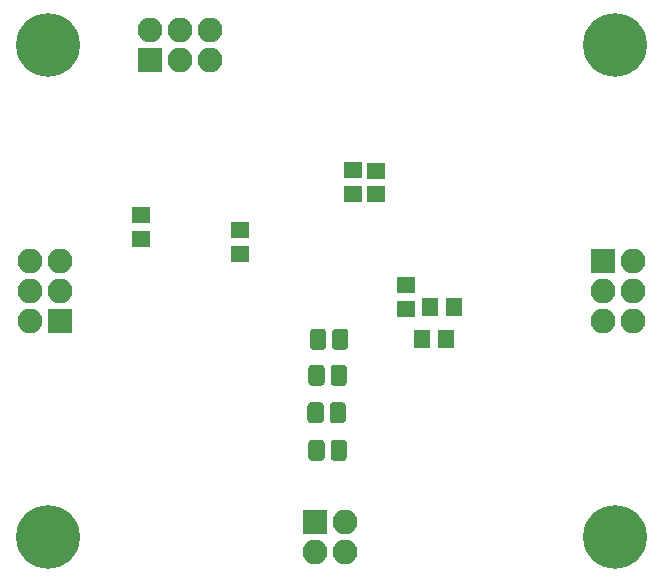
<source format=gbr>
G04 #@! TF.GenerationSoftware,KiCad,Pcbnew,(5.1.2)-1*
G04 #@! TF.CreationDate,2019-08-24T01:42:28-04:00*
G04 #@! TF.ProjectId,AAquad_PCB,41417175-6164-45f5-9043-422e6b696361,rev?*
G04 #@! TF.SameCoordinates,Original*
G04 #@! TF.FileFunction,Soldermask,Bot*
G04 #@! TF.FilePolarity,Negative*
%FSLAX46Y46*%
G04 Gerber Fmt 4.6, Leading zero omitted, Abs format (unit mm)*
G04 Created by KiCad (PCBNEW (5.1.2)-1) date 2019-08-24 01:42:28*
%MOMM*%
%LPD*%
G04 APERTURE LIST*
%ADD10C,1.200000*%
%ADD11C,5.400000*%
%ADD12O,2.100000X2.100000*%
%ADD13R,2.100000X2.100000*%
%ADD14R,1.400000X1.650000*%
%ADD15R,1.650000X1.400000*%
%ADD16C,0.100000*%
%ADD17C,1.375000*%
G04 APERTURE END LIST*
D10*
X214431825Y-52522175D03*
X213106000Y-51973000D03*
X211780175Y-52522175D03*
X211231000Y-53848000D03*
X211780175Y-55173825D03*
X213106000Y-55723000D03*
X214431825Y-55173825D03*
X214981000Y-53848000D03*
D11*
X213106000Y-53848000D03*
D10*
X262437825Y-52522175D03*
X261112000Y-51973000D03*
X259786175Y-52522175D03*
X259237000Y-53848000D03*
X259786175Y-55173825D03*
X261112000Y-55723000D03*
X262437825Y-55173825D03*
X262987000Y-53848000D03*
D11*
X261112000Y-53848000D03*
D10*
X262437825Y-94178175D03*
X261112000Y-93629000D03*
X259786175Y-94178175D03*
X259237000Y-95504000D03*
X259786175Y-96829825D03*
X261112000Y-97379000D03*
X262437825Y-96829825D03*
X262987000Y-95504000D03*
D11*
X261112000Y-95504000D03*
D10*
X214431825Y-94178175D03*
X213106000Y-93629000D03*
X211780175Y-94178175D03*
X211231000Y-95504000D03*
X211780175Y-96829825D03*
X213106000Y-97379000D03*
X214431825Y-96829825D03*
X214981000Y-95504000D03*
D11*
X213106000Y-95504000D03*
D12*
X262636000Y-77216000D03*
X260096000Y-77216000D03*
X262636000Y-74676000D03*
X260096000Y-74676000D03*
X262636000Y-72136000D03*
D13*
X260096000Y-72136000D03*
D12*
X211582000Y-72136000D03*
X214122000Y-72136000D03*
X211582000Y-74676000D03*
X214122000Y-74676000D03*
X211582000Y-77216000D03*
D13*
X214122000Y-77216000D03*
D14*
X246824500Y-78740000D03*
X244824500Y-78740000D03*
D15*
X229362000Y-69485000D03*
X229362000Y-71485000D03*
X220980000Y-70262500D03*
X220980000Y-68262500D03*
X240919000Y-66468500D03*
X240919000Y-64468500D03*
X238950500Y-66452500D03*
X238950500Y-64452500D03*
D14*
X245491000Y-76009500D03*
X247491000Y-76009500D03*
D15*
X243459000Y-74184000D03*
X243459000Y-76184000D03*
D12*
X226822000Y-52578000D03*
X226822000Y-55118000D03*
X224282000Y-52578000D03*
X224282000Y-55118000D03*
X221742000Y-52578000D03*
D13*
X221742000Y-55118000D03*
D12*
X238252000Y-96774000D03*
X235712000Y-96774000D03*
X238252000Y-94234000D03*
D13*
X235712000Y-94234000D03*
D16*
G36*
X238248443Y-77841655D02*
G01*
X238281812Y-77846605D01*
X238314535Y-77854802D01*
X238346297Y-77866166D01*
X238376793Y-77880590D01*
X238405727Y-77897932D01*
X238432823Y-77918028D01*
X238457818Y-77940682D01*
X238480472Y-77965677D01*
X238500568Y-77992773D01*
X238517910Y-78021707D01*
X238532334Y-78052203D01*
X238543698Y-78083965D01*
X238551895Y-78116688D01*
X238556845Y-78150057D01*
X238558500Y-78183750D01*
X238558500Y-79296250D01*
X238556845Y-79329943D01*
X238551895Y-79363312D01*
X238543698Y-79396035D01*
X238532334Y-79427797D01*
X238517910Y-79458293D01*
X238500568Y-79487227D01*
X238480472Y-79514323D01*
X238457818Y-79539318D01*
X238432823Y-79561972D01*
X238405727Y-79582068D01*
X238376793Y-79599410D01*
X238346297Y-79613834D01*
X238314535Y-79625198D01*
X238281812Y-79633395D01*
X238248443Y-79638345D01*
X238214750Y-79640000D01*
X237527250Y-79640000D01*
X237493557Y-79638345D01*
X237460188Y-79633395D01*
X237427465Y-79625198D01*
X237395703Y-79613834D01*
X237365207Y-79599410D01*
X237336273Y-79582068D01*
X237309177Y-79561972D01*
X237284182Y-79539318D01*
X237261528Y-79514323D01*
X237241432Y-79487227D01*
X237224090Y-79458293D01*
X237209666Y-79427797D01*
X237198302Y-79396035D01*
X237190105Y-79363312D01*
X237185155Y-79329943D01*
X237183500Y-79296250D01*
X237183500Y-78183750D01*
X237185155Y-78150057D01*
X237190105Y-78116688D01*
X237198302Y-78083965D01*
X237209666Y-78052203D01*
X237224090Y-78021707D01*
X237241432Y-77992773D01*
X237261528Y-77965677D01*
X237284182Y-77940682D01*
X237309177Y-77918028D01*
X237336273Y-77897932D01*
X237365207Y-77880590D01*
X237395703Y-77866166D01*
X237427465Y-77854802D01*
X237460188Y-77846605D01*
X237493557Y-77841655D01*
X237527250Y-77840000D01*
X238214750Y-77840000D01*
X238248443Y-77841655D01*
X238248443Y-77841655D01*
G37*
D17*
X237871000Y-78740000D03*
D16*
G36*
X236373443Y-77841655D02*
G01*
X236406812Y-77846605D01*
X236439535Y-77854802D01*
X236471297Y-77866166D01*
X236501793Y-77880590D01*
X236530727Y-77897932D01*
X236557823Y-77918028D01*
X236582818Y-77940682D01*
X236605472Y-77965677D01*
X236625568Y-77992773D01*
X236642910Y-78021707D01*
X236657334Y-78052203D01*
X236668698Y-78083965D01*
X236676895Y-78116688D01*
X236681845Y-78150057D01*
X236683500Y-78183750D01*
X236683500Y-79296250D01*
X236681845Y-79329943D01*
X236676895Y-79363312D01*
X236668698Y-79396035D01*
X236657334Y-79427797D01*
X236642910Y-79458293D01*
X236625568Y-79487227D01*
X236605472Y-79514323D01*
X236582818Y-79539318D01*
X236557823Y-79561972D01*
X236530727Y-79582068D01*
X236501793Y-79599410D01*
X236471297Y-79613834D01*
X236439535Y-79625198D01*
X236406812Y-79633395D01*
X236373443Y-79638345D01*
X236339750Y-79640000D01*
X235652250Y-79640000D01*
X235618557Y-79638345D01*
X235585188Y-79633395D01*
X235552465Y-79625198D01*
X235520703Y-79613834D01*
X235490207Y-79599410D01*
X235461273Y-79582068D01*
X235434177Y-79561972D01*
X235409182Y-79539318D01*
X235386528Y-79514323D01*
X235366432Y-79487227D01*
X235349090Y-79458293D01*
X235334666Y-79427797D01*
X235323302Y-79396035D01*
X235315105Y-79363312D01*
X235310155Y-79329943D01*
X235308500Y-79296250D01*
X235308500Y-78183750D01*
X235310155Y-78150057D01*
X235315105Y-78116688D01*
X235323302Y-78083965D01*
X235334666Y-78052203D01*
X235349090Y-78021707D01*
X235366432Y-77992773D01*
X235386528Y-77965677D01*
X235409182Y-77940682D01*
X235434177Y-77918028D01*
X235461273Y-77897932D01*
X235490207Y-77880590D01*
X235520703Y-77866166D01*
X235552465Y-77854802D01*
X235585188Y-77846605D01*
X235618557Y-77841655D01*
X235652250Y-77840000D01*
X236339750Y-77840000D01*
X236373443Y-77841655D01*
X236373443Y-77841655D01*
G37*
D17*
X235996000Y-78740000D03*
D16*
G36*
X238121443Y-80889655D02*
G01*
X238154812Y-80894605D01*
X238187535Y-80902802D01*
X238219297Y-80914166D01*
X238249793Y-80928590D01*
X238278727Y-80945932D01*
X238305823Y-80966028D01*
X238330818Y-80988682D01*
X238353472Y-81013677D01*
X238373568Y-81040773D01*
X238390910Y-81069707D01*
X238405334Y-81100203D01*
X238416698Y-81131965D01*
X238424895Y-81164688D01*
X238429845Y-81198057D01*
X238431500Y-81231750D01*
X238431500Y-82344250D01*
X238429845Y-82377943D01*
X238424895Y-82411312D01*
X238416698Y-82444035D01*
X238405334Y-82475797D01*
X238390910Y-82506293D01*
X238373568Y-82535227D01*
X238353472Y-82562323D01*
X238330818Y-82587318D01*
X238305823Y-82609972D01*
X238278727Y-82630068D01*
X238249793Y-82647410D01*
X238219297Y-82661834D01*
X238187535Y-82673198D01*
X238154812Y-82681395D01*
X238121443Y-82686345D01*
X238087750Y-82688000D01*
X237400250Y-82688000D01*
X237366557Y-82686345D01*
X237333188Y-82681395D01*
X237300465Y-82673198D01*
X237268703Y-82661834D01*
X237238207Y-82647410D01*
X237209273Y-82630068D01*
X237182177Y-82609972D01*
X237157182Y-82587318D01*
X237134528Y-82562323D01*
X237114432Y-82535227D01*
X237097090Y-82506293D01*
X237082666Y-82475797D01*
X237071302Y-82444035D01*
X237063105Y-82411312D01*
X237058155Y-82377943D01*
X237056500Y-82344250D01*
X237056500Y-81231750D01*
X237058155Y-81198057D01*
X237063105Y-81164688D01*
X237071302Y-81131965D01*
X237082666Y-81100203D01*
X237097090Y-81069707D01*
X237114432Y-81040773D01*
X237134528Y-81013677D01*
X237157182Y-80988682D01*
X237182177Y-80966028D01*
X237209273Y-80945932D01*
X237238207Y-80928590D01*
X237268703Y-80914166D01*
X237300465Y-80902802D01*
X237333188Y-80894605D01*
X237366557Y-80889655D01*
X237400250Y-80888000D01*
X238087750Y-80888000D01*
X238121443Y-80889655D01*
X238121443Y-80889655D01*
G37*
D17*
X237744000Y-81788000D03*
D16*
G36*
X236246443Y-80889655D02*
G01*
X236279812Y-80894605D01*
X236312535Y-80902802D01*
X236344297Y-80914166D01*
X236374793Y-80928590D01*
X236403727Y-80945932D01*
X236430823Y-80966028D01*
X236455818Y-80988682D01*
X236478472Y-81013677D01*
X236498568Y-81040773D01*
X236515910Y-81069707D01*
X236530334Y-81100203D01*
X236541698Y-81131965D01*
X236549895Y-81164688D01*
X236554845Y-81198057D01*
X236556500Y-81231750D01*
X236556500Y-82344250D01*
X236554845Y-82377943D01*
X236549895Y-82411312D01*
X236541698Y-82444035D01*
X236530334Y-82475797D01*
X236515910Y-82506293D01*
X236498568Y-82535227D01*
X236478472Y-82562323D01*
X236455818Y-82587318D01*
X236430823Y-82609972D01*
X236403727Y-82630068D01*
X236374793Y-82647410D01*
X236344297Y-82661834D01*
X236312535Y-82673198D01*
X236279812Y-82681395D01*
X236246443Y-82686345D01*
X236212750Y-82688000D01*
X235525250Y-82688000D01*
X235491557Y-82686345D01*
X235458188Y-82681395D01*
X235425465Y-82673198D01*
X235393703Y-82661834D01*
X235363207Y-82647410D01*
X235334273Y-82630068D01*
X235307177Y-82609972D01*
X235282182Y-82587318D01*
X235259528Y-82562323D01*
X235239432Y-82535227D01*
X235222090Y-82506293D01*
X235207666Y-82475797D01*
X235196302Y-82444035D01*
X235188105Y-82411312D01*
X235183155Y-82377943D01*
X235181500Y-82344250D01*
X235181500Y-81231750D01*
X235183155Y-81198057D01*
X235188105Y-81164688D01*
X235196302Y-81131965D01*
X235207666Y-81100203D01*
X235222090Y-81069707D01*
X235239432Y-81040773D01*
X235259528Y-81013677D01*
X235282182Y-80988682D01*
X235307177Y-80966028D01*
X235334273Y-80945932D01*
X235363207Y-80928590D01*
X235393703Y-80914166D01*
X235425465Y-80902802D01*
X235458188Y-80894605D01*
X235491557Y-80889655D01*
X235525250Y-80888000D01*
X236212750Y-80888000D01*
X236246443Y-80889655D01*
X236246443Y-80889655D01*
G37*
D17*
X235869000Y-81788000D03*
D16*
G36*
X238042943Y-84064655D02*
G01*
X238076312Y-84069605D01*
X238109035Y-84077802D01*
X238140797Y-84089166D01*
X238171293Y-84103590D01*
X238200227Y-84120932D01*
X238227323Y-84141028D01*
X238252318Y-84163682D01*
X238274972Y-84188677D01*
X238295068Y-84215773D01*
X238312410Y-84244707D01*
X238326834Y-84275203D01*
X238338198Y-84306965D01*
X238346395Y-84339688D01*
X238351345Y-84373057D01*
X238353000Y-84406750D01*
X238353000Y-85519250D01*
X238351345Y-85552943D01*
X238346395Y-85586312D01*
X238338198Y-85619035D01*
X238326834Y-85650797D01*
X238312410Y-85681293D01*
X238295068Y-85710227D01*
X238274972Y-85737323D01*
X238252318Y-85762318D01*
X238227323Y-85784972D01*
X238200227Y-85805068D01*
X238171293Y-85822410D01*
X238140797Y-85836834D01*
X238109035Y-85848198D01*
X238076312Y-85856395D01*
X238042943Y-85861345D01*
X238009250Y-85863000D01*
X237321750Y-85863000D01*
X237288057Y-85861345D01*
X237254688Y-85856395D01*
X237221965Y-85848198D01*
X237190203Y-85836834D01*
X237159707Y-85822410D01*
X237130773Y-85805068D01*
X237103677Y-85784972D01*
X237078682Y-85762318D01*
X237056028Y-85737323D01*
X237035932Y-85710227D01*
X237018590Y-85681293D01*
X237004166Y-85650797D01*
X236992802Y-85619035D01*
X236984605Y-85586312D01*
X236979655Y-85552943D01*
X236978000Y-85519250D01*
X236978000Y-84406750D01*
X236979655Y-84373057D01*
X236984605Y-84339688D01*
X236992802Y-84306965D01*
X237004166Y-84275203D01*
X237018590Y-84244707D01*
X237035932Y-84215773D01*
X237056028Y-84188677D01*
X237078682Y-84163682D01*
X237103677Y-84141028D01*
X237130773Y-84120932D01*
X237159707Y-84103590D01*
X237190203Y-84089166D01*
X237221965Y-84077802D01*
X237254688Y-84069605D01*
X237288057Y-84064655D01*
X237321750Y-84063000D01*
X238009250Y-84063000D01*
X238042943Y-84064655D01*
X238042943Y-84064655D01*
G37*
D17*
X237665500Y-84963000D03*
D16*
G36*
X236167943Y-84064655D02*
G01*
X236201312Y-84069605D01*
X236234035Y-84077802D01*
X236265797Y-84089166D01*
X236296293Y-84103590D01*
X236325227Y-84120932D01*
X236352323Y-84141028D01*
X236377318Y-84163682D01*
X236399972Y-84188677D01*
X236420068Y-84215773D01*
X236437410Y-84244707D01*
X236451834Y-84275203D01*
X236463198Y-84306965D01*
X236471395Y-84339688D01*
X236476345Y-84373057D01*
X236478000Y-84406750D01*
X236478000Y-85519250D01*
X236476345Y-85552943D01*
X236471395Y-85586312D01*
X236463198Y-85619035D01*
X236451834Y-85650797D01*
X236437410Y-85681293D01*
X236420068Y-85710227D01*
X236399972Y-85737323D01*
X236377318Y-85762318D01*
X236352323Y-85784972D01*
X236325227Y-85805068D01*
X236296293Y-85822410D01*
X236265797Y-85836834D01*
X236234035Y-85848198D01*
X236201312Y-85856395D01*
X236167943Y-85861345D01*
X236134250Y-85863000D01*
X235446750Y-85863000D01*
X235413057Y-85861345D01*
X235379688Y-85856395D01*
X235346965Y-85848198D01*
X235315203Y-85836834D01*
X235284707Y-85822410D01*
X235255773Y-85805068D01*
X235228677Y-85784972D01*
X235203682Y-85762318D01*
X235181028Y-85737323D01*
X235160932Y-85710227D01*
X235143590Y-85681293D01*
X235129166Y-85650797D01*
X235117802Y-85619035D01*
X235109605Y-85586312D01*
X235104655Y-85552943D01*
X235103000Y-85519250D01*
X235103000Y-84406750D01*
X235104655Y-84373057D01*
X235109605Y-84339688D01*
X235117802Y-84306965D01*
X235129166Y-84275203D01*
X235143590Y-84244707D01*
X235160932Y-84215773D01*
X235181028Y-84188677D01*
X235203682Y-84163682D01*
X235228677Y-84141028D01*
X235255773Y-84120932D01*
X235284707Y-84103590D01*
X235315203Y-84089166D01*
X235346965Y-84077802D01*
X235379688Y-84069605D01*
X235413057Y-84064655D01*
X235446750Y-84063000D01*
X236134250Y-84063000D01*
X236167943Y-84064655D01*
X236167943Y-84064655D01*
G37*
D17*
X235790500Y-84963000D03*
D16*
G36*
X238121443Y-87239655D02*
G01*
X238154812Y-87244605D01*
X238187535Y-87252802D01*
X238219297Y-87264166D01*
X238249793Y-87278590D01*
X238278727Y-87295932D01*
X238305823Y-87316028D01*
X238330818Y-87338682D01*
X238353472Y-87363677D01*
X238373568Y-87390773D01*
X238390910Y-87419707D01*
X238405334Y-87450203D01*
X238416698Y-87481965D01*
X238424895Y-87514688D01*
X238429845Y-87548057D01*
X238431500Y-87581750D01*
X238431500Y-88694250D01*
X238429845Y-88727943D01*
X238424895Y-88761312D01*
X238416698Y-88794035D01*
X238405334Y-88825797D01*
X238390910Y-88856293D01*
X238373568Y-88885227D01*
X238353472Y-88912323D01*
X238330818Y-88937318D01*
X238305823Y-88959972D01*
X238278727Y-88980068D01*
X238249793Y-88997410D01*
X238219297Y-89011834D01*
X238187535Y-89023198D01*
X238154812Y-89031395D01*
X238121443Y-89036345D01*
X238087750Y-89038000D01*
X237400250Y-89038000D01*
X237366557Y-89036345D01*
X237333188Y-89031395D01*
X237300465Y-89023198D01*
X237268703Y-89011834D01*
X237238207Y-88997410D01*
X237209273Y-88980068D01*
X237182177Y-88959972D01*
X237157182Y-88937318D01*
X237134528Y-88912323D01*
X237114432Y-88885227D01*
X237097090Y-88856293D01*
X237082666Y-88825797D01*
X237071302Y-88794035D01*
X237063105Y-88761312D01*
X237058155Y-88727943D01*
X237056500Y-88694250D01*
X237056500Y-87581750D01*
X237058155Y-87548057D01*
X237063105Y-87514688D01*
X237071302Y-87481965D01*
X237082666Y-87450203D01*
X237097090Y-87419707D01*
X237114432Y-87390773D01*
X237134528Y-87363677D01*
X237157182Y-87338682D01*
X237182177Y-87316028D01*
X237209273Y-87295932D01*
X237238207Y-87278590D01*
X237268703Y-87264166D01*
X237300465Y-87252802D01*
X237333188Y-87244605D01*
X237366557Y-87239655D01*
X237400250Y-87238000D01*
X238087750Y-87238000D01*
X238121443Y-87239655D01*
X238121443Y-87239655D01*
G37*
D17*
X237744000Y-88138000D03*
D16*
G36*
X236246443Y-87239655D02*
G01*
X236279812Y-87244605D01*
X236312535Y-87252802D01*
X236344297Y-87264166D01*
X236374793Y-87278590D01*
X236403727Y-87295932D01*
X236430823Y-87316028D01*
X236455818Y-87338682D01*
X236478472Y-87363677D01*
X236498568Y-87390773D01*
X236515910Y-87419707D01*
X236530334Y-87450203D01*
X236541698Y-87481965D01*
X236549895Y-87514688D01*
X236554845Y-87548057D01*
X236556500Y-87581750D01*
X236556500Y-88694250D01*
X236554845Y-88727943D01*
X236549895Y-88761312D01*
X236541698Y-88794035D01*
X236530334Y-88825797D01*
X236515910Y-88856293D01*
X236498568Y-88885227D01*
X236478472Y-88912323D01*
X236455818Y-88937318D01*
X236430823Y-88959972D01*
X236403727Y-88980068D01*
X236374793Y-88997410D01*
X236344297Y-89011834D01*
X236312535Y-89023198D01*
X236279812Y-89031395D01*
X236246443Y-89036345D01*
X236212750Y-89038000D01*
X235525250Y-89038000D01*
X235491557Y-89036345D01*
X235458188Y-89031395D01*
X235425465Y-89023198D01*
X235393703Y-89011834D01*
X235363207Y-88997410D01*
X235334273Y-88980068D01*
X235307177Y-88959972D01*
X235282182Y-88937318D01*
X235259528Y-88912323D01*
X235239432Y-88885227D01*
X235222090Y-88856293D01*
X235207666Y-88825797D01*
X235196302Y-88794035D01*
X235188105Y-88761312D01*
X235183155Y-88727943D01*
X235181500Y-88694250D01*
X235181500Y-87581750D01*
X235183155Y-87548057D01*
X235188105Y-87514688D01*
X235196302Y-87481965D01*
X235207666Y-87450203D01*
X235222090Y-87419707D01*
X235239432Y-87390773D01*
X235259528Y-87363677D01*
X235282182Y-87338682D01*
X235307177Y-87316028D01*
X235334273Y-87295932D01*
X235363207Y-87278590D01*
X235393703Y-87264166D01*
X235425465Y-87252802D01*
X235458188Y-87244605D01*
X235491557Y-87239655D01*
X235525250Y-87238000D01*
X236212750Y-87238000D01*
X236246443Y-87239655D01*
X236246443Y-87239655D01*
G37*
D17*
X235869000Y-88138000D03*
M02*

</source>
